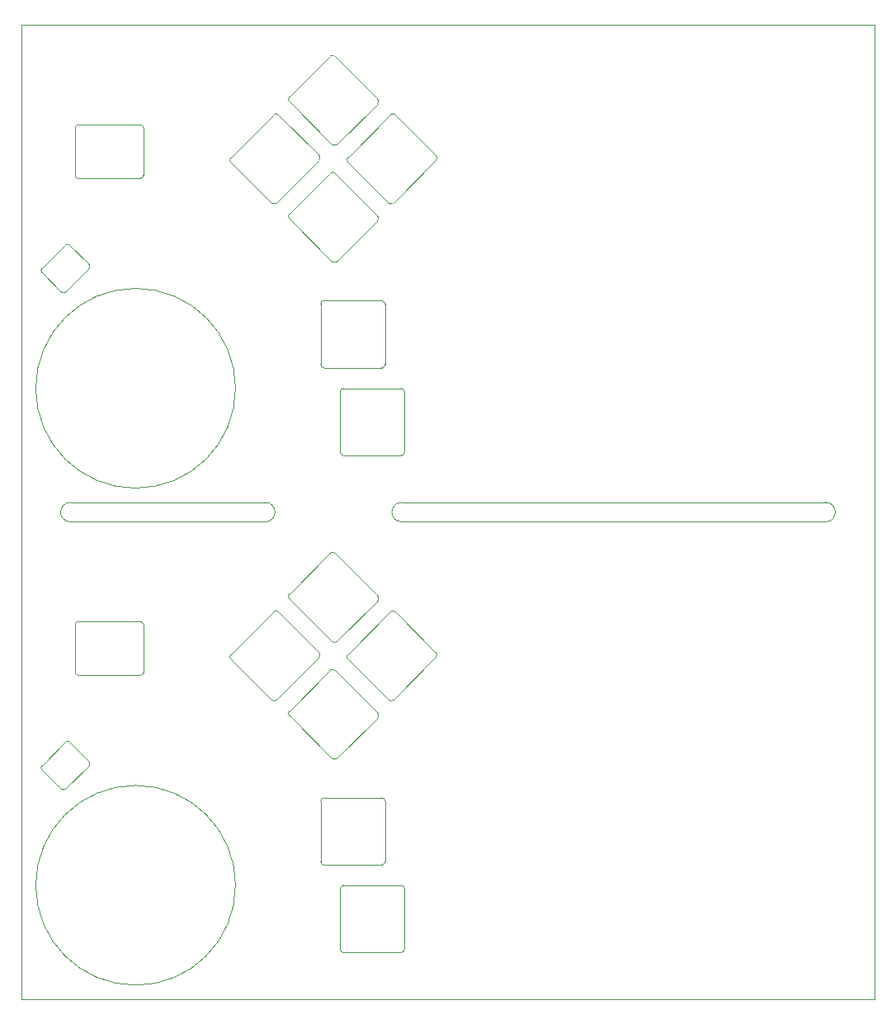
<source format=gbr>
%TF.GenerationSoftware,KiCad,Pcbnew,(6.0.9)*%
%TF.CreationDate,2023-02-03T02:03:44-05:00*%
%TF.ProjectId,businesscard_panel,62757369-6e65-4737-9363-6172645f7061,rev?*%
%TF.SameCoordinates,Original*%
%TF.FileFunction,Profile,NP*%
%FSLAX46Y46*%
G04 Gerber Fmt 4.6, Leading zero omitted, Abs format (unit mm)*
G04 Created by KiCad (PCBNEW (6.0.9)) date 2023-02-03 02:03:44*
%MOMM*%
%LPD*%
G01*
G04 APERTURE LIST*
%TA.AperFunction,Profile*%
%ADD10C,0.050000*%
%TD*%
%TA.AperFunction,Profile*%
%ADD11C,0.120000*%
%TD*%
G04 APERTURE END LIST*
D10*
X187500000Y-50000000D02*
X100000000Y-50000000D01*
X100000000Y-50000000D02*
X100000000Y-150000000D01*
X100000000Y-150000000D02*
X187500000Y-150000000D01*
X187500000Y-150000000D02*
X187500000Y-50000000D01*
X105000001Y-101000001D02*
X125000007Y-101000000D01*
X182500016Y-100999999D02*
G75*
G03*
X182500016Y-99000001I-16J999999D01*
G01*
X139000001Y-98999999D02*
G75*
G03*
X139000001Y-101000001I-1J-1000001D01*
G01*
X125000007Y-99000000D02*
X105000001Y-98999999D01*
X182500016Y-99000001D02*
X139000001Y-98999999D01*
X139000001Y-101000001D02*
X182500016Y-100999999D01*
X125000007Y-101000000D02*
G75*
G03*
X125000007Y-99000000I-7J1000000D01*
G01*
X105000001Y-98999999D02*
G75*
G03*
X105000001Y-101000001I-1J-1000001D01*
G01*
D11*
%TO.C,SW4*%
X137648224Y-119277260D02*
X133474517Y-115103553D01*
X133474517Y-114608579D02*
X137858579Y-110224517D01*
X142525483Y-114891421D02*
X138143198Y-119277260D01*
X138353553Y-110224517D02*
X142525483Y-114396447D01*
X133474517Y-114608579D02*
G75*
G03*
X133474517Y-115103553I247488J-247487D01*
G01*
X142525483Y-114891421D02*
G75*
G03*
X142525483Y-114396447I-247487J247487D01*
G01*
X137648215Y-119277269D02*
G75*
G03*
X138143198Y-119277260I247487J247505D01*
G01*
X138353553Y-110224517D02*
G75*
G03*
X137858579Y-110224517I-247487J-247488D01*
G01*
%TO.C,SW3*%
X136527260Y-58101776D02*
X132353553Y-62275483D01*
X132141421Y-53224517D02*
X136527260Y-57606802D01*
X131858579Y-62275483D02*
X127474517Y-57891421D01*
X127474517Y-57396447D02*
X131646447Y-53224517D01*
X127474517Y-57396447D02*
G75*
G03*
X127474517Y-57891421I247488J-247487D01*
G01*
X136527269Y-58101785D02*
G75*
G03*
X136527260Y-57606802I-247505J247487D01*
G01*
X132141421Y-53224517D02*
G75*
G03*
X131646447Y-53224517I-247487J-247487D01*
G01*
X131858579Y-62275483D02*
G75*
G03*
X132353553Y-62275483I247487J247488D01*
G01*
%TO.C,SW4*%
X137648224Y-68277260D02*
X133474517Y-64103553D01*
X133474517Y-63608579D02*
X137858579Y-59224517D01*
X142525483Y-63891421D02*
X138143198Y-68277260D01*
X138353553Y-59224517D02*
X142525483Y-63396447D01*
X133474517Y-63608579D02*
G75*
G03*
X133474517Y-64103553I247488J-247487D01*
G01*
X142525483Y-63891421D02*
G75*
G03*
X142525483Y-63396447I-247487J247487D01*
G01*
X137648215Y-68277269D02*
G75*
G03*
X138143198Y-68277260I247487J247505D01*
G01*
X138353553Y-59224517D02*
G75*
G03*
X137858579Y-59224517I-247487J-247488D01*
G01*
%TO.C,U1*%
X112500000Y-111550000D02*
X112500000Y-116450000D01*
X105800000Y-111250000D02*
X112200000Y-111250000D01*
X105500000Y-116450000D02*
X105500000Y-111550000D01*
X112200000Y-116750000D02*
X105800000Y-116750000D01*
X105500000Y-116450000D02*
G75*
G03*
X105800000Y-116750000I300000J0D01*
G01*
X105800000Y-111250000D02*
G75*
G03*
X105500000Y-111550000I0J-300000D01*
G01*
X112500000Y-111550000D02*
G75*
G03*
X112200000Y-111250000I-300000J0D01*
G01*
X112200000Y-116750000D02*
G75*
G03*
X112500000Y-116450000I0J300000D01*
G01*
%TO.C,BT1*%
X121954952Y-138295049D02*
G75*
G03*
X121954952Y-138295049I-10250001J0D01*
G01*
%TO.C,SW1*%
X106904163Y-125575736D02*
X104924264Y-123595837D01*
X104500000Y-123595837D02*
X102095837Y-126000000D01*
X102095837Y-126424264D02*
X104075736Y-128404163D01*
X104500000Y-128404163D02*
X106904163Y-126000000D01*
X104075736Y-128404163D02*
G75*
G03*
X104500000Y-128404163I212132J212132D01*
G01*
X102095837Y-126000000D02*
G75*
G03*
X102095837Y-126424264I212132J-212132D01*
G01*
X104924264Y-123595837D02*
G75*
G03*
X104500000Y-123595837I-212132J-212132D01*
G01*
X106904163Y-126000000D02*
G75*
G03*
X106904163Y-125575736I-212132J212132D01*
G01*
%TO.C,U1*%
X112500000Y-60550000D02*
X112500000Y-65450000D01*
X105800000Y-60250000D02*
X112200000Y-60250000D01*
X105500000Y-65450000D02*
X105500000Y-60550000D01*
X112200000Y-65750000D02*
X105800000Y-65750000D01*
X105500000Y-65450000D02*
G75*
G03*
X105800000Y-65750000I300000J0D01*
G01*
X105800000Y-60250000D02*
G75*
G03*
X105500000Y-60550000I0J-300000D01*
G01*
X112500000Y-60550000D02*
G75*
G03*
X112200000Y-60250000I-300000J0D01*
G01*
X112200000Y-65750000D02*
G75*
G03*
X112500000Y-65450000I0J300000D01*
G01*
%TO.C,BT1*%
X121954952Y-87295049D02*
G75*
G03*
X121954952Y-87295049I-10250001J0D01*
G01*
%TO.C,SW5*%
X131858579Y-125275483D02*
X127472740Y-120893198D01*
X127472740Y-120398224D02*
X131646447Y-116224517D01*
X132141421Y-116224517D02*
X136525483Y-120608579D01*
X136525483Y-121103553D02*
X132353553Y-125275483D01*
X127472731Y-120398215D02*
G75*
G03*
X127472740Y-120893198I247505J-247487D01*
G01*
X132141421Y-116224517D02*
G75*
G03*
X131646447Y-116224517I-247487J-247488D01*
G01*
X136525483Y-121103553D02*
G75*
G03*
X136525483Y-120608579I-247488J247487D01*
G01*
X131858579Y-125275483D02*
G75*
G03*
X132353553Y-125275483I247487J247487D01*
G01*
%TO.C,SW3*%
X136527260Y-109101776D02*
X132353553Y-113275483D01*
X132141421Y-104224517D02*
X136527260Y-108606802D01*
X131858579Y-113275483D02*
X127474517Y-108891421D01*
X127474517Y-108396447D02*
X131646447Y-104224517D01*
X127474517Y-108396447D02*
G75*
G03*
X127474517Y-108891421I247488J-247487D01*
G01*
X136527269Y-109101785D02*
G75*
G03*
X136527260Y-108606802I-247505J247487D01*
G01*
X132141421Y-104224517D02*
G75*
G03*
X131646447Y-104224517I-247487J-247487D01*
G01*
X131858579Y-113275483D02*
G75*
G03*
X132353553Y-113275483I247487J247488D01*
G01*
%TO.C,SW7*%
X139300000Y-87650000D02*
X139300000Y-93850000D01*
X133047487Y-87300000D02*
X138950000Y-87300000D01*
X138950000Y-94200000D02*
X133050000Y-94200000D01*
X132700000Y-93850000D02*
X132697487Y-87650000D01*
X138950000Y-94200000D02*
G75*
G03*
X139300000Y-93850000I-1J350001D01*
G01*
X132700000Y-93850000D02*
G75*
G03*
X133050000Y-94200000I350000J0D01*
G01*
X133047487Y-87299987D02*
G75*
G03*
X132697487Y-87650000I13J-350013D01*
G01*
X139300000Y-87650000D02*
G75*
G03*
X138950000Y-87300000I-350001J-1D01*
G01*
%TO.C,SW2*%
X130525483Y-63891421D02*
X126141421Y-68275483D01*
X125646447Y-68275483D02*
X121474517Y-64103553D01*
X121474517Y-63608579D02*
X125856802Y-59222740D01*
X126351776Y-59222740D02*
X130525483Y-63396447D01*
X130525483Y-63891421D02*
G75*
G03*
X130525483Y-63396447I-247488J247487D01*
G01*
X121474517Y-63608579D02*
G75*
G03*
X121474517Y-64103553I247487J-247487D01*
G01*
X125646447Y-68275483D02*
G75*
G03*
X126141421Y-68275483I247487J247488D01*
G01*
X126351785Y-59222731D02*
G75*
G03*
X125856802Y-59222740I-247487J-247505D01*
G01*
%TO.C,SW7*%
X139300000Y-138650000D02*
X139300000Y-144850000D01*
X133047487Y-138300000D02*
X138950000Y-138300000D01*
X138950000Y-145200000D02*
X133050000Y-145200000D01*
X132700000Y-144850000D02*
X132697487Y-138650000D01*
X138950000Y-145200000D02*
G75*
G03*
X139300000Y-144850000I-1J350001D01*
G01*
X132700000Y-144850000D02*
G75*
G03*
X133050000Y-145200000I350000J0D01*
G01*
X133047487Y-138299987D02*
G75*
G03*
X132697487Y-138650000I13J-350013D01*
G01*
X139300000Y-138650000D02*
G75*
G03*
X138950000Y-138300000I-350001J-1D01*
G01*
%TO.C,SW1*%
X106904163Y-74575736D02*
X104924264Y-72595837D01*
X104500000Y-72595837D02*
X102095837Y-75000000D01*
X102095837Y-75424264D02*
X104075736Y-77404163D01*
X104500000Y-77404163D02*
X106904163Y-75000000D01*
X104075736Y-77404163D02*
G75*
G03*
X104500000Y-77404163I212132J212132D01*
G01*
X102095837Y-75000000D02*
G75*
G03*
X102095837Y-75424264I212132J-212132D01*
G01*
X104924264Y-72595837D02*
G75*
G03*
X104500000Y-72595837I-212132J-212132D01*
G01*
X106904163Y-75000000D02*
G75*
G03*
X106904163Y-74575736I-212132J212132D01*
G01*
%TO.C,SW5*%
X131858579Y-74275483D02*
X127472740Y-69893198D01*
X127472740Y-69398224D02*
X131646447Y-65224517D01*
X132141421Y-65224517D02*
X136525483Y-69608579D01*
X136525483Y-70103553D02*
X132353553Y-74275483D01*
X127472731Y-69398215D02*
G75*
G03*
X127472740Y-69893198I247505J-247487D01*
G01*
X132141421Y-65224517D02*
G75*
G03*
X131646447Y-65224517I-247487J-247488D01*
G01*
X136525483Y-70103553D02*
G75*
G03*
X136525483Y-69608579I-247488J247487D01*
G01*
X131858579Y-74275483D02*
G75*
G03*
X132353553Y-74275483I247487J247487D01*
G01*
%TO.C,SW6*%
X137300000Y-129650000D02*
X137300000Y-135850000D01*
X130700000Y-135850000D02*
X130697487Y-129650000D01*
X131047487Y-129300000D02*
X136950000Y-129300000D01*
X136950000Y-136200000D02*
X131050000Y-136200000D01*
X137300000Y-129650000D02*
G75*
G03*
X136950000Y-129300000I-350001J-1D01*
G01*
X136950000Y-136200000D02*
G75*
G03*
X137300000Y-135850000I-1J350001D01*
G01*
X131047487Y-129299987D02*
G75*
G03*
X130697487Y-129650000I13J-350013D01*
G01*
X130700000Y-135850000D02*
G75*
G03*
X131050000Y-136200000I350000J0D01*
G01*
X137300000Y-78650000D02*
X137300000Y-84850000D01*
X130700000Y-84850000D02*
X130697487Y-78650000D01*
X131047487Y-78300000D02*
X136950000Y-78300000D01*
X136950000Y-85200000D02*
X131050000Y-85200000D01*
X137300000Y-78650000D02*
G75*
G03*
X136950000Y-78300000I-350001J-1D01*
G01*
X136950000Y-85200000D02*
G75*
G03*
X137300000Y-84850000I-1J350001D01*
G01*
X131047487Y-78299987D02*
G75*
G03*
X130697487Y-78650000I13J-350013D01*
G01*
X130700000Y-84850000D02*
G75*
G03*
X131050000Y-85200000I350000J0D01*
G01*
%TO.C,SW2*%
X130525483Y-114891421D02*
X126141421Y-119275483D01*
X125646447Y-119275483D02*
X121474517Y-115103553D01*
X121474517Y-114608579D02*
X125856802Y-110222740D01*
X126351776Y-110222740D02*
X130525483Y-114396447D01*
X130525483Y-114891421D02*
G75*
G03*
X130525483Y-114396447I-247488J247487D01*
G01*
X121474517Y-114608579D02*
G75*
G03*
X121474517Y-115103553I247487J-247487D01*
G01*
X125646447Y-119275483D02*
G75*
G03*
X126141421Y-119275483I247487J247488D01*
G01*
X126351785Y-110222731D02*
G75*
G03*
X125856802Y-110222740I-247487J-247505D01*
G01*
%TD*%
M02*

</source>
